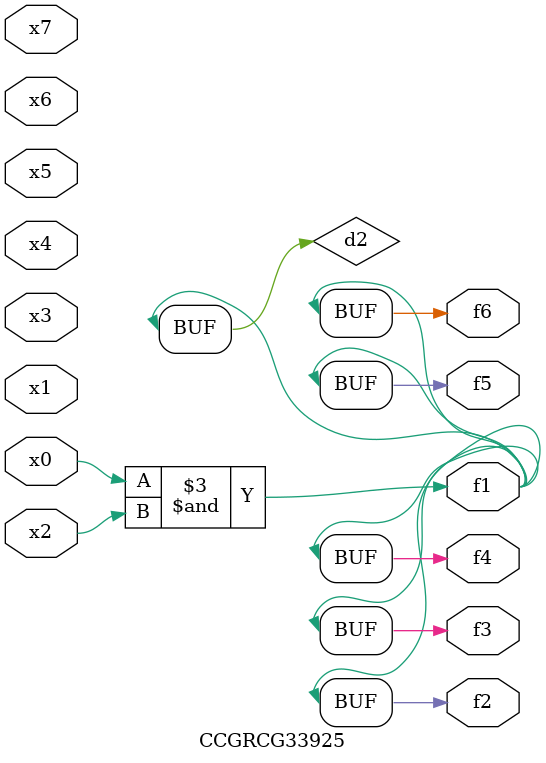
<source format=v>
module CCGRCG33925(
	input x0, x1, x2, x3, x4, x5, x6, x7,
	output f1, f2, f3, f4, f5, f6
);

	wire d1, d2;

	nor (d1, x3, x6);
	and (d2, x0, x2);
	assign f1 = d2;
	assign f2 = d2;
	assign f3 = d2;
	assign f4 = d2;
	assign f5 = d2;
	assign f6 = d2;
endmodule

</source>
